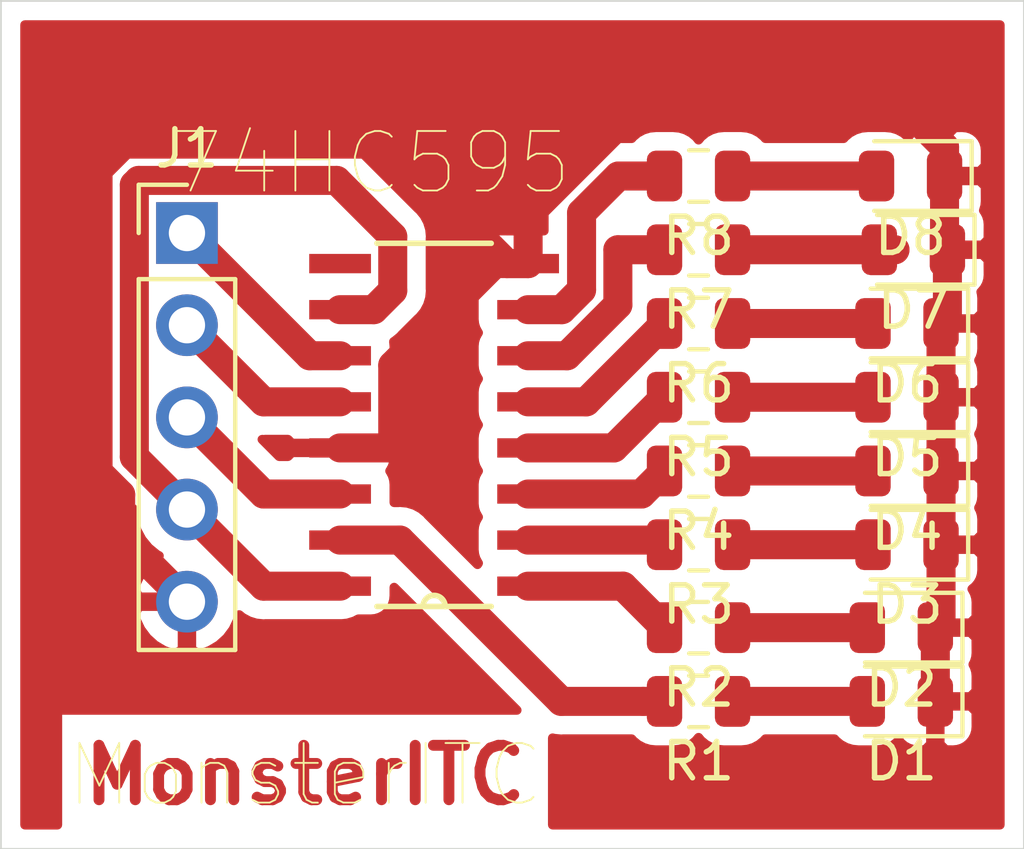
<source format=kicad_pcb>
(kicad_pcb (version 20171130) (host pcbnew "(5.1.2)-2")

  (general
    (thickness 1.6)
    (drawings 5)
    (tracks 76)
    (zones 0)
    (modules 18)
    (nets 23)
  )

  (page A4)
  (layers
    (0 F.Cu signal)
    (31 B.Cu signal)
    (32 B.Adhes user)
    (33 F.Adhes user)
    (34 B.Paste user)
    (35 F.Paste user)
    (36 B.SilkS user)
    (37 F.SilkS user)
    (38 B.Mask user)
    (39 F.Mask user)
    (40 Dwgs.User user)
    (41 Cmts.User user)
    (42 Eco1.User user)
    (43 Eco2.User user)
    (44 Edge.Cuts user)
    (45 Margin user)
    (46 B.CrtYd user)
    (47 F.CrtYd user)
    (48 B.Fab user)
    (49 F.Fab user)
  )

  (setup
    (last_trace_width 0.8)
    (user_trace_width 0.5)
    (user_trace_width 0.8)
    (trace_clearance 0.2)
    (zone_clearance 0.508)
    (zone_45_only no)
    (trace_min 0.2)
    (via_size 0.8)
    (via_drill 0.4)
    (via_min_size 0.4)
    (via_min_drill 0.3)
    (uvia_size 0.3)
    (uvia_drill 0.1)
    (uvias_allowed no)
    (uvia_min_size 0.2)
    (uvia_min_drill 0.1)
    (edge_width 0.05)
    (segment_width 0.2)
    (pcb_text_width 0.3)
    (pcb_text_size 1.5 1.5)
    (mod_edge_width 0.12)
    (mod_text_size 1 1)
    (mod_text_width 0.15)
    (pad_size 1.524 1.524)
    (pad_drill 0.762)
    (pad_to_mask_clearance 0.051)
    (solder_mask_min_width 0.25)
    (aux_axis_origin 0 0)
    (visible_elements FFFFFF7F)
    (pcbplotparams
      (layerselection 0x010fc_ffffffff)
      (usegerberextensions false)
      (usegerberattributes false)
      (usegerberadvancedattributes false)
      (creategerberjobfile false)
      (excludeedgelayer true)
      (linewidth 0.100000)
      (plotframeref false)
      (viasonmask false)
      (mode 1)
      (useauxorigin false)
      (hpglpennumber 1)
      (hpglpenspeed 20)
      (hpglpendiameter 15.000000)
      (psnegative false)
      (psa4output false)
      (plotreference true)
      (plotvalue true)
      (plotinvisibletext false)
      (padsonsilk false)
      (subtractmaskfromsilk false)
      (outputformat 1)
      (mirror false)
      (drillshape 0)
      (scaleselection 1)
      (outputdirectory ""))
  )

  (net 0 "")
  (net 1 "Net-(D1-Pad2)")
  (net 2 GND)
  (net 3 "Net-(D2-Pad2)")
  (net 4 "Net-(D3-Pad2)")
  (net 5 "Net-(D4-Pad2)")
  (net 6 "Net-(D5-Pad2)")
  (net 7 "Net-(D6-Pad2)")
  (net 8 "Net-(D7-Pad2)")
  (net 9 "Net-(D8-Pad2)")
  (net 10 "Net-(J1-Pad1)")
  (net 11 "Net-(J1-Pad2)")
  (net 12 "Net-(J1-Pad3)")
  (net 13 VCC)
  (net 14 "Net-(R1-Pad2)")
  (net 15 "Net-(R2-Pad2)")
  (net 16 "Net-(R3-Pad2)")
  (net 17 "Net-(R4-Pad2)")
  (net 18 "Net-(R5-Pad2)")
  (net 19 "Net-(R6-Pad2)")
  (net 20 "Net-(R7-Pad2)")
  (net 21 "Net-(R8-Pad2)")
  (net 22 "Net-(U1-Pad9)")

  (net_class Default "This is the default net class."
    (clearance 0.2)
    (trace_width 0.25)
    (via_dia 0.8)
    (via_drill 0.4)
    (uvia_dia 0.3)
    (uvia_drill 0.1)
    (add_net GND)
    (add_net "Net-(D1-Pad2)")
    (add_net "Net-(D2-Pad2)")
    (add_net "Net-(D3-Pad2)")
    (add_net "Net-(D4-Pad2)")
    (add_net "Net-(D5-Pad2)")
    (add_net "Net-(D6-Pad2)")
    (add_net "Net-(D7-Pad2)")
    (add_net "Net-(D8-Pad2)")
    (add_net "Net-(J1-Pad1)")
    (add_net "Net-(J1-Pad2)")
    (add_net "Net-(J1-Pad3)")
    (add_net "Net-(R1-Pad2)")
    (add_net "Net-(R2-Pad2)")
    (add_net "Net-(R3-Pad2)")
    (add_net "Net-(R4-Pad2)")
    (add_net "Net-(R5-Pad2)")
    (add_net "Net-(R6-Pad2)")
    (add_net "Net-(R7-Pad2)")
    (add_net "Net-(R8-Pad2)")
    (add_net "Net-(U1-Pad9)")
    (add_net VCC)
  )

  (module LED_SMD:LED_0805_2012Metric (layer F.Cu) (tedit 5B36C52C) (tstamp 5DB5413A)
    (at 105.8395 44.704 180)
    (descr "LED SMD 0805 (2012 Metric), square (rectangular) end terminal, IPC_7351 nominal, (Body size source: https://docs.google.com/spreadsheets/d/1BsfQQcO9C6DZCsRaXUlFlo91Tg2WpOkGARC1WS5S8t0/edit?usp=sharing), generated with kicad-footprint-generator")
    (tags diode)
    (path /5DB56F4F)
    (attr smd)
    (fp_text reference D1 (at 0 -1.65) (layer F.SilkS)
      (effects (font (size 1 1) (thickness 0.15)))
    )
    (fp_text value LED1 (at 0 1.65) (layer F.Fab)
      (effects (font (size 1 1) (thickness 0.15)))
    )
    (fp_text user %R (at 0 0) (layer F.Fab)
      (effects (font (size 0.5 0.5) (thickness 0.08)))
    )
    (fp_line (start 1.68 0.95) (end -1.68 0.95) (layer F.CrtYd) (width 0.05))
    (fp_line (start 1.68 -0.95) (end 1.68 0.95) (layer F.CrtYd) (width 0.05))
    (fp_line (start -1.68 -0.95) (end 1.68 -0.95) (layer F.CrtYd) (width 0.05))
    (fp_line (start -1.68 0.95) (end -1.68 -0.95) (layer F.CrtYd) (width 0.05))
    (fp_line (start -1.685 0.96) (end 1 0.96) (layer F.SilkS) (width 0.12))
    (fp_line (start -1.685 -0.96) (end -1.685 0.96) (layer F.SilkS) (width 0.12))
    (fp_line (start 1 -0.96) (end -1.685 -0.96) (layer F.SilkS) (width 0.12))
    (fp_line (start 1 0.6) (end 1 -0.6) (layer F.Fab) (width 0.1))
    (fp_line (start -1 0.6) (end 1 0.6) (layer F.Fab) (width 0.1))
    (fp_line (start -1 -0.3) (end -1 0.6) (layer F.Fab) (width 0.1))
    (fp_line (start -0.7 -0.6) (end -1 -0.3) (layer F.Fab) (width 0.1))
    (fp_line (start 1 -0.6) (end -0.7 -0.6) (layer F.Fab) (width 0.1))
    (pad 2 smd roundrect (at 0.9375 0 180) (size 0.975 1.4) (layers F.Cu F.Paste F.Mask) (roundrect_rratio 0.25)
      (net 1 "Net-(D1-Pad2)"))
    (pad 1 smd roundrect (at -0.9375 0 180) (size 0.975 1.4) (layers F.Cu F.Paste F.Mask) (roundrect_rratio 0.25)
      (net 2 GND))
    (model ${KISYS3DMOD}/LED_SMD.3dshapes/LED_0805_2012Metric.wrl
      (at (xyz 0 0 0))
      (scale (xyz 1 1 1))
      (rotate (xyz 0 0 0))
    )
  )

  (module LED_SMD:LED_0805_2012Metric (layer F.Cu) (tedit 5B36C52C) (tstamp 5DB5414D)
    (at 105.8395 42.672 180)
    (descr "LED SMD 0805 (2012 Metric), square (rectangular) end terminal, IPC_7351 nominal, (Body size source: https://docs.google.com/spreadsheets/d/1BsfQQcO9C6DZCsRaXUlFlo91Tg2WpOkGARC1WS5S8t0/edit?usp=sharing), generated with kicad-footprint-generator")
    (tags diode)
    (path /5DB5864A)
    (attr smd)
    (fp_text reference D2 (at 0 -1.65) (layer F.SilkS)
      (effects (font (size 1 1) (thickness 0.15)))
    )
    (fp_text value LED1 (at 0 1.65) (layer F.Fab)
      (effects (font (size 1 1) (thickness 0.15)))
    )
    (fp_line (start 1 -0.6) (end -0.7 -0.6) (layer F.Fab) (width 0.1))
    (fp_line (start -0.7 -0.6) (end -1 -0.3) (layer F.Fab) (width 0.1))
    (fp_line (start -1 -0.3) (end -1 0.6) (layer F.Fab) (width 0.1))
    (fp_line (start -1 0.6) (end 1 0.6) (layer F.Fab) (width 0.1))
    (fp_line (start 1 0.6) (end 1 -0.6) (layer F.Fab) (width 0.1))
    (fp_line (start 1 -0.96) (end -1.685 -0.96) (layer F.SilkS) (width 0.12))
    (fp_line (start -1.685 -0.96) (end -1.685 0.96) (layer F.SilkS) (width 0.12))
    (fp_line (start -1.685 0.96) (end 1 0.96) (layer F.SilkS) (width 0.12))
    (fp_line (start -1.68 0.95) (end -1.68 -0.95) (layer F.CrtYd) (width 0.05))
    (fp_line (start -1.68 -0.95) (end 1.68 -0.95) (layer F.CrtYd) (width 0.05))
    (fp_line (start 1.68 -0.95) (end 1.68 0.95) (layer F.CrtYd) (width 0.05))
    (fp_line (start 1.68 0.95) (end -1.68 0.95) (layer F.CrtYd) (width 0.05))
    (fp_text user %R (at -0.051001 0) (layer F.Fab)
      (effects (font (size 0.5 0.5) (thickness 0.08)))
    )
    (pad 1 smd roundrect (at -0.9375 0 180) (size 0.975 1.4) (layers F.Cu F.Paste F.Mask) (roundrect_rratio 0.25)
      (net 2 GND))
    (pad 2 smd roundrect (at 0.9375 0 180) (size 0.975 1.4) (layers F.Cu F.Paste F.Mask) (roundrect_rratio 0.25)
      (net 3 "Net-(D2-Pad2)"))
    (model ${KISYS3DMOD}/LED_SMD.3dshapes/LED_0805_2012Metric.wrl
      (at (xyz 0 0 0))
      (scale (xyz 1 1 1))
      (rotate (xyz 0 0 0))
    )
  )

  (module LED_SMD:LED_0805_2012Metric (layer F.Cu) (tedit 5B36C52C) (tstamp 5DB54160)
    (at 105.9965 40.386 180)
    (descr "LED SMD 0805 (2012 Metric), square (rectangular) end terminal, IPC_7351 nominal, (Body size source: https://docs.google.com/spreadsheets/d/1BsfQQcO9C6DZCsRaXUlFlo91Tg2WpOkGARC1WS5S8t0/edit?usp=sharing), generated with kicad-footprint-generator")
    (tags diode)
    (path /5DB58BC4)
    (attr smd)
    (fp_text reference D3 (at 0 -1.65) (layer F.SilkS)
      (effects (font (size 1 1) (thickness 0.15)))
    )
    (fp_text value LED1 (at 0 1.65) (layer F.Fab)
      (effects (font (size 1 1) (thickness 0.15)))
    )
    (fp_text user %R (at 0 0) (layer F.Fab)
      (effects (font (size 0.5 0.5) (thickness 0.08)))
    )
    (fp_line (start 1.68 0.95) (end -1.68 0.95) (layer F.CrtYd) (width 0.05))
    (fp_line (start 1.68 -0.95) (end 1.68 0.95) (layer F.CrtYd) (width 0.05))
    (fp_line (start -1.68 -0.95) (end 1.68 -0.95) (layer F.CrtYd) (width 0.05))
    (fp_line (start -1.68 0.95) (end -1.68 -0.95) (layer F.CrtYd) (width 0.05))
    (fp_line (start -1.685 0.96) (end 1 0.96) (layer F.SilkS) (width 0.12))
    (fp_line (start -1.685 -0.96) (end -1.685 0.96) (layer F.SilkS) (width 0.12))
    (fp_line (start 1 -0.96) (end -1.685 -0.96) (layer F.SilkS) (width 0.12))
    (fp_line (start 1 0.6) (end 1 -0.6) (layer F.Fab) (width 0.1))
    (fp_line (start -1 0.6) (end 1 0.6) (layer F.Fab) (width 0.1))
    (fp_line (start -1 -0.3) (end -1 0.6) (layer F.Fab) (width 0.1))
    (fp_line (start -0.7 -0.6) (end -1 -0.3) (layer F.Fab) (width 0.1))
    (fp_line (start 1 -0.6) (end -0.7 -0.6) (layer F.Fab) (width 0.1))
    (pad 2 smd roundrect (at 0.9375 0 180) (size 0.975 1.4) (layers F.Cu F.Paste F.Mask) (roundrect_rratio 0.25)
      (net 4 "Net-(D3-Pad2)"))
    (pad 1 smd roundrect (at -0.9375 0 180) (size 0.975 1.4) (layers F.Cu F.Paste F.Mask) (roundrect_rratio 0.25)
      (net 2 GND))
    (model ${KISYS3DMOD}/LED_SMD.3dshapes/LED_0805_2012Metric.wrl
      (at (xyz 0 0 0))
      (scale (xyz 1 1 1))
      (rotate (xyz 0 0 0))
    )
  )

  (module LED_SMD:LED_0805_2012Metric (layer F.Cu) (tedit 5B36C52C) (tstamp 5DB54173)
    (at 105.9965 38.354 180)
    (descr "LED SMD 0805 (2012 Metric), square (rectangular) end terminal, IPC_7351 nominal, (Body size source: https://docs.google.com/spreadsheets/d/1BsfQQcO9C6DZCsRaXUlFlo91Tg2WpOkGARC1WS5S8t0/edit?usp=sharing), generated with kicad-footprint-generator")
    (tags diode)
    (path /5DB590CE)
    (attr smd)
    (fp_text reference D4 (at 0 -1.65) (layer F.SilkS)
      (effects (font (size 1 1) (thickness 0.15)))
    )
    (fp_text value LED1 (at 0 1.65) (layer F.Fab)
      (effects (font (size 1 1) (thickness 0.15)))
    )
    (fp_line (start 1 -0.6) (end -0.7 -0.6) (layer F.Fab) (width 0.1))
    (fp_line (start -0.7 -0.6) (end -1 -0.3) (layer F.Fab) (width 0.1))
    (fp_line (start -1 -0.3) (end -1 0.6) (layer F.Fab) (width 0.1))
    (fp_line (start -1 0.6) (end 1 0.6) (layer F.Fab) (width 0.1))
    (fp_line (start 1 0.6) (end 1 -0.6) (layer F.Fab) (width 0.1))
    (fp_line (start 1 -0.96) (end -1.685 -0.96) (layer F.SilkS) (width 0.12))
    (fp_line (start -1.685 -0.96) (end -1.685 0.96) (layer F.SilkS) (width 0.12))
    (fp_line (start -1.685 0.96) (end 1 0.96) (layer F.SilkS) (width 0.12))
    (fp_line (start -1.68 0.95) (end -1.68 -0.95) (layer F.CrtYd) (width 0.05))
    (fp_line (start -1.68 -0.95) (end 1.68 -0.95) (layer F.CrtYd) (width 0.05))
    (fp_line (start 1.68 -0.95) (end 1.68 0.95) (layer F.CrtYd) (width 0.05))
    (fp_line (start 1.68 0.95) (end -1.68 0.95) (layer F.CrtYd) (width 0.05))
    (fp_text user %R (at 0 0) (layer F.Fab)
      (effects (font (size 0.5 0.5) (thickness 0.08)))
    )
    (pad 1 smd roundrect (at -0.9375 0 180) (size 0.975 1.4) (layers F.Cu F.Paste F.Mask) (roundrect_rratio 0.25)
      (net 2 GND))
    (pad 2 smd roundrect (at 0.9375 0 180) (size 0.975 1.4) (layers F.Cu F.Paste F.Mask) (roundrect_rratio 0.25)
      (net 5 "Net-(D4-Pad2)"))
    (model ${KISYS3DMOD}/LED_SMD.3dshapes/LED_0805_2012Metric.wrl
      (at (xyz 0 0 0))
      (scale (xyz 1 1 1))
      (rotate (xyz 0 0 0))
    )
  )

  (module LED_SMD:LED_0805_2012Metric (layer F.Cu) (tedit 5B36C52C) (tstamp 5DB54186)
    (at 105.9965 36.322 180)
    (descr "LED SMD 0805 (2012 Metric), square (rectangular) end terminal, IPC_7351 nominal, (Body size source: https://docs.google.com/spreadsheets/d/1BsfQQcO9C6DZCsRaXUlFlo91Tg2WpOkGARC1WS5S8t0/edit?usp=sharing), generated with kicad-footprint-generator")
    (tags diode)
    (path /5DB5953E)
    (attr smd)
    (fp_text reference D5 (at 0 -1.65) (layer F.SilkS)
      (effects (font (size 1 1) (thickness 0.15)))
    )
    (fp_text value LED1 (at 0 1.65) (layer F.Fab)
      (effects (font (size 1 1) (thickness 0.15)))
    )
    (fp_text user %R (at 0 0) (layer F.Fab)
      (effects (font (size 0.5 0.5) (thickness 0.08)))
    )
    (fp_line (start 1.68 0.95) (end -1.68 0.95) (layer F.CrtYd) (width 0.05))
    (fp_line (start 1.68 -0.95) (end 1.68 0.95) (layer F.CrtYd) (width 0.05))
    (fp_line (start -1.68 -0.95) (end 1.68 -0.95) (layer F.CrtYd) (width 0.05))
    (fp_line (start -1.68 0.95) (end -1.68 -0.95) (layer F.CrtYd) (width 0.05))
    (fp_line (start -1.685 0.96) (end 1 0.96) (layer F.SilkS) (width 0.12))
    (fp_line (start -1.685 -0.96) (end -1.685 0.96) (layer F.SilkS) (width 0.12))
    (fp_line (start 1 -0.96) (end -1.685 -0.96) (layer F.SilkS) (width 0.12))
    (fp_line (start 1 0.6) (end 1 -0.6) (layer F.Fab) (width 0.1))
    (fp_line (start -1 0.6) (end 1 0.6) (layer F.Fab) (width 0.1))
    (fp_line (start -1 -0.3) (end -1 0.6) (layer F.Fab) (width 0.1))
    (fp_line (start -0.7 -0.6) (end -1 -0.3) (layer F.Fab) (width 0.1))
    (fp_line (start 1 -0.6) (end -0.7 -0.6) (layer F.Fab) (width 0.1))
    (pad 2 smd roundrect (at 0.9375 0 180) (size 0.975 1.4) (layers F.Cu F.Paste F.Mask) (roundrect_rratio 0.25)
      (net 6 "Net-(D5-Pad2)"))
    (pad 1 smd roundrect (at -0.9375 0 180) (size 0.975 1.4) (layers F.Cu F.Paste F.Mask) (roundrect_rratio 0.25)
      (net 2 GND))
    (model ${KISYS3DMOD}/LED_SMD.3dshapes/LED_0805_2012Metric.wrl
      (at (xyz 0 0 0))
      (scale (xyz 1 1 1))
      (rotate (xyz 0 0 0))
    )
  )

  (module LED_SMD:LED_0805_2012Metric (layer F.Cu) (tedit 5B36C52C) (tstamp 5DB54199)
    (at 105.9965 34.29 180)
    (descr "LED SMD 0805 (2012 Metric), square (rectangular) end terminal, IPC_7351 nominal, (Body size source: https://docs.google.com/spreadsheets/d/1BsfQQcO9C6DZCsRaXUlFlo91Tg2WpOkGARC1WS5S8t0/edit?usp=sharing), generated with kicad-footprint-generator")
    (tags diode)
    (path /5DB59937)
    (attr smd)
    (fp_text reference D6 (at 0 -1.65) (layer F.SilkS)
      (effects (font (size 1 1) (thickness 0.15)))
    )
    (fp_text value LED1 (at 0 1.65) (layer F.Fab)
      (effects (font (size 1 1) (thickness 0.15)))
    )
    (fp_line (start 1 -0.6) (end -0.7 -0.6) (layer F.Fab) (width 0.1))
    (fp_line (start -0.7 -0.6) (end -1 -0.3) (layer F.Fab) (width 0.1))
    (fp_line (start -1 -0.3) (end -1 0.6) (layer F.Fab) (width 0.1))
    (fp_line (start -1 0.6) (end 1 0.6) (layer F.Fab) (width 0.1))
    (fp_line (start 1 0.6) (end 1 -0.6) (layer F.Fab) (width 0.1))
    (fp_line (start 1 -0.96) (end -1.685 -0.96) (layer F.SilkS) (width 0.12))
    (fp_line (start -1.685 -0.96) (end -1.685 0.96) (layer F.SilkS) (width 0.12))
    (fp_line (start -1.685 0.96) (end 1 0.96) (layer F.SilkS) (width 0.12))
    (fp_line (start -1.68 0.95) (end -1.68 -0.95) (layer F.CrtYd) (width 0.05))
    (fp_line (start -1.68 -0.95) (end 1.68 -0.95) (layer F.CrtYd) (width 0.05))
    (fp_line (start 1.68 -0.95) (end 1.68 0.95) (layer F.CrtYd) (width 0.05))
    (fp_line (start 1.68 0.95) (end -1.68 0.95) (layer F.CrtYd) (width 0.05))
    (fp_text user %R (at 0 0) (layer F.Fab)
      (effects (font (size 0.5 0.5) (thickness 0.08)))
    )
    (pad 1 smd roundrect (at -0.9375 0 180) (size 0.975 1.4) (layers F.Cu F.Paste F.Mask) (roundrect_rratio 0.25)
      (net 2 GND))
    (pad 2 smd roundrect (at 0.9375 0 180) (size 0.975 1.4) (layers F.Cu F.Paste F.Mask) (roundrect_rratio 0.25)
      (net 7 "Net-(D6-Pad2)"))
    (model ${KISYS3DMOD}/LED_SMD.3dshapes/LED_0805_2012Metric.wrl
      (at (xyz 0 0 0))
      (scale (xyz 1 1 1))
      (rotate (xyz 0 0 0))
    )
  )

  (module LED_SMD:LED_0805_2012Metric (layer F.Cu) (tedit 5B36C52C) (tstamp 5DB541AC)
    (at 106.172 32.258 180)
    (descr "LED SMD 0805 (2012 Metric), square (rectangular) end terminal, IPC_7351 nominal, (Body size source: https://docs.google.com/spreadsheets/d/1BsfQQcO9C6DZCsRaXUlFlo91Tg2WpOkGARC1WS5S8t0/edit?usp=sharing), generated with kicad-footprint-generator")
    (tags diode)
    (path /5DB59D0E)
    (attr smd)
    (fp_text reference D7 (at 0 -1.65) (layer F.SilkS)
      (effects (font (size 1 1) (thickness 0.15)))
    )
    (fp_text value LED1 (at 0 1.65) (layer F.Fab)
      (effects (font (size 1 1) (thickness 0.15)))
    )
    (fp_text user %R (at 0.4295 0) (layer F.Fab)
      (effects (font (size 0.5 0.5) (thickness 0.08)))
    )
    (fp_line (start 1.68 0.95) (end -1.68 0.95) (layer F.CrtYd) (width 0.05))
    (fp_line (start 1.68 -0.95) (end 1.68 0.95) (layer F.CrtYd) (width 0.05))
    (fp_line (start -1.68 -0.95) (end 1.68 -0.95) (layer F.CrtYd) (width 0.05))
    (fp_line (start -1.68 0.95) (end -1.68 -0.95) (layer F.CrtYd) (width 0.05))
    (fp_line (start -1.685 0.96) (end 1 0.96) (layer F.SilkS) (width 0.12))
    (fp_line (start -1.685 -0.96) (end -1.685 0.96) (layer F.SilkS) (width 0.12))
    (fp_line (start 1 -0.96) (end -1.685 -0.96) (layer F.SilkS) (width 0.12))
    (fp_line (start 1 0.6) (end 1 -0.6) (layer F.Fab) (width 0.1))
    (fp_line (start -1 0.6) (end 1 0.6) (layer F.Fab) (width 0.1))
    (fp_line (start -1 -0.3) (end -1 0.6) (layer F.Fab) (width 0.1))
    (fp_line (start -0.7 -0.6) (end -1 -0.3) (layer F.Fab) (width 0.1))
    (fp_line (start 1 -0.6) (end -0.7 -0.6) (layer F.Fab) (width 0.1))
    (pad 2 smd roundrect (at 0.9375 0 180) (size 0.975 1.4) (layers F.Cu F.Paste F.Mask) (roundrect_rratio 0.25)
      (net 8 "Net-(D7-Pad2)"))
    (pad 1 smd roundrect (at -0.9375 0 180) (size 0.975 1.4) (layers F.Cu F.Paste F.Mask) (roundrect_rratio 0.25)
      (net 2 GND))
    (model ${KISYS3DMOD}/LED_SMD.3dshapes/LED_0805_2012Metric.wrl
      (at (xyz 0 0 0))
      (scale (xyz 1 1 1))
      (rotate (xyz 0 0 0))
    )
  )

  (module LED_SMD:LED_0805_2012Metric (layer F.Cu) (tedit 5B36C52C) (tstamp 5DB541BF)
    (at 106.0935 30.226 180)
    (descr "LED SMD 0805 (2012 Metric), square (rectangular) end terminal, IPC_7351 nominal, (Body size source: https://docs.google.com/spreadsheets/d/1BsfQQcO9C6DZCsRaXUlFlo91Tg2WpOkGARC1WS5S8t0/edit?usp=sharing), generated with kicad-footprint-generator")
    (tags diode)
    (path /5DB5A232)
    (attr smd)
    (fp_text reference D8 (at 0 -1.65) (layer F.SilkS)
      (effects (font (size 1 1) (thickness 0.15)))
    )
    (fp_text value LED1 (at 0 1.65) (layer F.Fab)
      (effects (font (size 1 1) (thickness 0.15)))
    )
    (fp_line (start 1 -0.6) (end -0.7 -0.6) (layer F.Fab) (width 0.1))
    (fp_line (start -0.7 -0.6) (end -1 -0.3) (layer F.Fab) (width 0.1))
    (fp_line (start -1 -0.3) (end -1 0.6) (layer F.Fab) (width 0.1))
    (fp_line (start -1 0.6) (end 1 0.6) (layer F.Fab) (width 0.1))
    (fp_line (start 1 0.6) (end 1 -0.6) (layer F.Fab) (width 0.1))
    (fp_line (start 1 -0.96) (end -1.685 -0.96) (layer F.SilkS) (width 0.12))
    (fp_line (start -1.685 -0.96) (end -1.685 0.96) (layer F.SilkS) (width 0.12))
    (fp_line (start -1.685 0.96) (end 1 0.96) (layer F.SilkS) (width 0.12))
    (fp_line (start -1.68 0.95) (end -1.68 -0.95) (layer F.CrtYd) (width 0.05))
    (fp_line (start -1.68 -0.95) (end 1.68 -0.95) (layer F.CrtYd) (width 0.05))
    (fp_line (start 1.68 -0.95) (end 1.68 0.95) (layer F.CrtYd) (width 0.05))
    (fp_line (start 1.68 0.95) (end -1.68 0.95) (layer F.CrtYd) (width 0.05))
    (fp_text user %R (at 0 0) (layer F.Fab)
      (effects (font (size 0.5 0.5) (thickness 0.08)))
    )
    (pad 1 smd roundrect (at -0.9375 0 180) (size 0.975 1.4) (layers F.Cu F.Paste F.Mask) (roundrect_rratio 0.25)
      (net 2 GND))
    (pad 2 smd roundrect (at 0.9375 0 180) (size 0.975 1.4) (layers F.Cu F.Paste F.Mask) (roundrect_rratio 0.25)
      (net 9 "Net-(D8-Pad2)"))
    (model ${KISYS3DMOD}/LED_SMD.3dshapes/LED_0805_2012Metric.wrl
      (at (xyz 0 0 0))
      (scale (xyz 1 1 1))
      (rotate (xyz 0 0 0))
    )
  )

  (module Connector_PinHeader_2.54mm:PinHeader_1x05_P2.54mm_Vertical (layer F.Cu) (tedit 59FED5CC) (tstamp 5DB541D8)
    (at 86.153001 31.797001)
    (descr "Through hole straight pin header, 1x05, 2.54mm pitch, single row")
    (tags "Through hole pin header THT 1x05 2.54mm single row")
    (path /5DB4ED53)
    (fp_text reference J1 (at 0 -2.33) (layer F.SilkS)
      (effects (font (size 1 1) (thickness 0.15)))
    )
    (fp_text value connector (at 0 12.49) (layer F.Fab)
      (effects (font (size 1 1) (thickness 0.15)))
    )
    (fp_line (start -0.635 -1.27) (end 1.27 -1.27) (layer F.Fab) (width 0.1))
    (fp_line (start 1.27 -1.27) (end 1.27 11.43) (layer F.Fab) (width 0.1))
    (fp_line (start 1.27 11.43) (end -1.27 11.43) (layer F.Fab) (width 0.1))
    (fp_line (start -1.27 11.43) (end -1.27 -0.635) (layer F.Fab) (width 0.1))
    (fp_line (start -1.27 -0.635) (end -0.635 -1.27) (layer F.Fab) (width 0.1))
    (fp_line (start -1.33 11.49) (end 1.33 11.49) (layer F.SilkS) (width 0.12))
    (fp_line (start -1.33 1.27) (end -1.33 11.49) (layer F.SilkS) (width 0.12))
    (fp_line (start 1.33 1.27) (end 1.33 11.49) (layer F.SilkS) (width 0.12))
    (fp_line (start -1.33 1.27) (end 1.33 1.27) (layer F.SilkS) (width 0.12))
    (fp_line (start -1.33 0) (end -1.33 -1.33) (layer F.SilkS) (width 0.12))
    (fp_line (start -1.33 -1.33) (end 0 -1.33) (layer F.SilkS) (width 0.12))
    (fp_line (start -1.8 -1.8) (end -1.8 11.95) (layer F.CrtYd) (width 0.05))
    (fp_line (start -1.8 11.95) (end 1.8 11.95) (layer F.CrtYd) (width 0.05))
    (fp_line (start 1.8 11.95) (end 1.8 -1.8) (layer F.CrtYd) (width 0.05))
    (fp_line (start 1.8 -1.8) (end -1.8 -1.8) (layer F.CrtYd) (width 0.05))
    (fp_text user %R (at 0 5.08 90) (layer F.Fab)
      (effects (font (size 1 1) (thickness 0.15)))
    )
    (pad 1 thru_hole rect (at 0 0) (size 1.7 1.7) (drill 1) (layers *.Cu *.Mask)
      (net 10 "Net-(J1-Pad1)"))
    (pad 2 thru_hole oval (at 0 2.54) (size 1.7 1.7) (drill 1) (layers *.Cu *.Mask)
      (net 11 "Net-(J1-Pad2)"))
    (pad 3 thru_hole oval (at 0 5.08) (size 1.7 1.7) (drill 1) (layers *.Cu *.Mask)
      (net 12 "Net-(J1-Pad3)"))
    (pad 4 thru_hole oval (at 0 7.62) (size 1.7 1.7) (drill 1) (layers *.Cu *.Mask)
      (net 13 VCC))
    (pad 5 thru_hole oval (at 0 10.16) (size 1.7 1.7) (drill 1) (layers *.Cu *.Mask)
      (net 2 GND))
    (model ${KISYS3DMOD}/Connector_PinHeader_2.54mm.3dshapes/PinHeader_1x05_P2.54mm_Vertical.wrl
      (at (xyz 0 0 0))
      (scale (xyz 1 1 1))
      (rotate (xyz 0 0 0))
    )
  )

  (module Resistor_SMD:R_0805_2012Metric (layer F.Cu) (tedit 5B36C52B) (tstamp 5DB541E9)
    (at 100.2515 44.704 180)
    (descr "Resistor SMD 0805 (2012 Metric), square (rectangular) end terminal, IPC_7351 nominal, (Body size source: https://docs.google.com/spreadsheets/d/1BsfQQcO9C6DZCsRaXUlFlo91Tg2WpOkGARC1WS5S8t0/edit?usp=sharing), generated with kicad-footprint-generator")
    (tags resistor)
    (path /5DB52610)
    (attr smd)
    (fp_text reference R1 (at 0 -1.65) (layer F.SilkS)
      (effects (font (size 1 1) (thickness 0.15)))
    )
    (fp_text value 330 (at 0 1.65) (layer F.Fab)
      (effects (font (size 1 1) (thickness 0.15)))
    )
    (fp_line (start -1 0.6) (end -1 -0.6) (layer F.Fab) (width 0.1))
    (fp_line (start -1 -0.6) (end 1 -0.6) (layer F.Fab) (width 0.1))
    (fp_line (start 1 -0.6) (end 1 0.6) (layer F.Fab) (width 0.1))
    (fp_line (start 1 0.6) (end -1 0.6) (layer F.Fab) (width 0.1))
    (fp_line (start -0.258578 -0.71) (end 0.258578 -0.71) (layer F.SilkS) (width 0.12))
    (fp_line (start -0.258578 0.71) (end 0.258578 0.71) (layer F.SilkS) (width 0.12))
    (fp_line (start -1.68 0.95) (end -1.68 -0.95) (layer F.CrtYd) (width 0.05))
    (fp_line (start -1.68 -0.95) (end 1.68 -0.95) (layer F.CrtYd) (width 0.05))
    (fp_line (start 1.68 -0.95) (end 1.68 0.95) (layer F.CrtYd) (width 0.05))
    (fp_line (start 1.68 0.95) (end -1.68 0.95) (layer F.CrtYd) (width 0.05))
    (fp_text user %R (at 0 0) (layer F.Fab)
      (effects (font (size 0.5 0.5) (thickness 0.08)))
    )
    (pad 1 smd roundrect (at -0.9375 0 180) (size 0.975 1.4) (layers F.Cu F.Paste F.Mask) (roundrect_rratio 0.25)
      (net 1 "Net-(D1-Pad2)"))
    (pad 2 smd roundrect (at 0.9375 0 180) (size 0.975 1.4) (layers F.Cu F.Paste F.Mask) (roundrect_rratio 0.25)
      (net 14 "Net-(R1-Pad2)"))
    (model ${KISYS3DMOD}/Resistor_SMD.3dshapes/R_0805_2012Metric.wrl
      (at (xyz 0 0 0))
      (scale (xyz 1 1 1))
      (rotate (xyz 0 0 0))
    )
  )

  (module Resistor_SMD:R_0805_2012Metric (layer F.Cu) (tedit 5B36C52B) (tstamp 5DB541FA)
    (at 100.2515 42.672 180)
    (descr "Resistor SMD 0805 (2012 Metric), square (rectangular) end terminal, IPC_7351 nominal, (Body size source: https://docs.google.com/spreadsheets/d/1BsfQQcO9C6DZCsRaXUlFlo91Tg2WpOkGARC1WS5S8t0/edit?usp=sharing), generated with kicad-footprint-generator")
    (tags resistor)
    (path /5DB53F75)
    (attr smd)
    (fp_text reference R2 (at 0 -1.65) (layer F.SilkS)
      (effects (font (size 1 1) (thickness 0.15)))
    )
    (fp_text value 330 (at 0 1.65) (layer F.Fab)
      (effects (font (size 1 1) (thickness 0.15)))
    )
    (fp_text user %R (at 0 0) (layer F.Fab)
      (effects (font (size 0.5 0.5) (thickness 0.08)))
    )
    (fp_line (start 1.68 0.95) (end -1.68 0.95) (layer F.CrtYd) (width 0.05))
    (fp_line (start 1.68 -0.95) (end 1.68 0.95) (layer F.CrtYd) (width 0.05))
    (fp_line (start -1.68 -0.95) (end 1.68 -0.95) (layer F.CrtYd) (width 0.05))
    (fp_line (start -1.68 0.95) (end -1.68 -0.95) (layer F.CrtYd) (width 0.05))
    (fp_line (start -0.258578 0.71) (end 0.258578 0.71) (layer F.SilkS) (width 0.12))
    (fp_line (start -0.258578 -0.71) (end 0.258578 -0.71) (layer F.SilkS) (width 0.12))
    (fp_line (start 1 0.6) (end -1 0.6) (layer F.Fab) (width 0.1))
    (fp_line (start 1 -0.6) (end 1 0.6) (layer F.Fab) (width 0.1))
    (fp_line (start -1 -0.6) (end 1 -0.6) (layer F.Fab) (width 0.1))
    (fp_line (start -1 0.6) (end -1 -0.6) (layer F.Fab) (width 0.1))
    (pad 2 smd roundrect (at 0.9375 0 180) (size 0.975 1.4) (layers F.Cu F.Paste F.Mask) (roundrect_rratio 0.25)
      (net 15 "Net-(R2-Pad2)"))
    (pad 1 smd roundrect (at -0.9375 0 180) (size 0.975 1.4) (layers F.Cu F.Paste F.Mask) (roundrect_rratio 0.25)
      (net 3 "Net-(D2-Pad2)"))
    (model ${KISYS3DMOD}/Resistor_SMD.3dshapes/R_0805_2012Metric.wrl
      (at (xyz 0 0 0))
      (scale (xyz 1 1 1))
      (rotate (xyz 0 0 0))
    )
  )

  (module Resistor_SMD:R_0805_2012Metric (layer F.Cu) (tedit 5B36C52B) (tstamp 5DB5420B)
    (at 100.2515 40.386 180)
    (descr "Resistor SMD 0805 (2012 Metric), square (rectangular) end terminal, IPC_7351 nominal, (Body size source: https://docs.google.com/spreadsheets/d/1BsfQQcO9C6DZCsRaXUlFlo91Tg2WpOkGARC1WS5S8t0/edit?usp=sharing), generated with kicad-footprint-generator")
    (tags resistor)
    (path /5DB54362)
    (attr smd)
    (fp_text reference R3 (at 0 -1.65) (layer F.SilkS)
      (effects (font (size 1 1) (thickness 0.15)))
    )
    (fp_text value 330 (at 0 1.65) (layer F.Fab)
      (effects (font (size 1 1) (thickness 0.15)))
    )
    (fp_line (start -1 0.6) (end -1 -0.6) (layer F.Fab) (width 0.1))
    (fp_line (start -1 -0.6) (end 1 -0.6) (layer F.Fab) (width 0.1))
    (fp_line (start 1 -0.6) (end 1 0.6) (layer F.Fab) (width 0.1))
    (fp_line (start 1 0.6) (end -1 0.6) (layer F.Fab) (width 0.1))
    (fp_line (start -0.258578 -0.71) (end 0.258578 -0.71) (layer F.SilkS) (width 0.12))
    (fp_line (start -0.258578 0.71) (end 0.258578 0.71) (layer F.SilkS) (width 0.12))
    (fp_line (start -1.68 0.95) (end -1.68 -0.95) (layer F.CrtYd) (width 0.05))
    (fp_line (start -1.68 -0.95) (end 1.68 -0.95) (layer F.CrtYd) (width 0.05))
    (fp_line (start 1.68 -0.95) (end 1.68 0.95) (layer F.CrtYd) (width 0.05))
    (fp_line (start 1.68 0.95) (end -1.68 0.95) (layer F.CrtYd) (width 0.05))
    (fp_text user %R (at 0 0) (layer F.Fab)
      (effects (font (size 0.5 0.5) (thickness 0.08)))
    )
    (pad 1 smd roundrect (at -0.9375 0 180) (size 0.975 1.4) (layers F.Cu F.Paste F.Mask) (roundrect_rratio 0.25)
      (net 4 "Net-(D3-Pad2)"))
    (pad 2 smd roundrect (at 0.9375 0 180) (size 0.975 1.4) (layers F.Cu F.Paste F.Mask) (roundrect_rratio 0.25)
      (net 16 "Net-(R3-Pad2)"))
    (model ${KISYS3DMOD}/Resistor_SMD.3dshapes/R_0805_2012Metric.wrl
      (at (xyz 0 0 0))
      (scale (xyz 1 1 1))
      (rotate (xyz 0 0 0))
    )
  )

  (module Resistor_SMD:R_0805_2012Metric (layer F.Cu) (tedit 5B36C52B) (tstamp 5DB5421C)
    (at 100.2515 38.354 180)
    (descr "Resistor SMD 0805 (2012 Metric), square (rectangular) end terminal, IPC_7351 nominal, (Body size source: https://docs.google.com/spreadsheets/d/1BsfQQcO9C6DZCsRaXUlFlo91Tg2WpOkGARC1WS5S8t0/edit?usp=sharing), generated with kicad-footprint-generator")
    (tags resistor)
    (path /5DB54735)
    (attr smd)
    (fp_text reference R4 (at 0 -1.65) (layer F.SilkS)
      (effects (font (size 1 1) (thickness 0.15)))
    )
    (fp_text value 330 (at 0 1.65) (layer F.Fab)
      (effects (font (size 1 1) (thickness 0.15)))
    )
    (fp_text user %R (at 0 0) (layer F.Fab)
      (effects (font (size 0.5 0.5) (thickness 0.08)))
    )
    (fp_line (start 1.68 0.95) (end -1.68 0.95) (layer F.CrtYd) (width 0.05))
    (fp_line (start 1.68 -0.95) (end 1.68 0.95) (layer F.CrtYd) (width 0.05))
    (fp_line (start -1.68 -0.95) (end 1.68 -0.95) (layer F.CrtYd) (width 0.05))
    (fp_line (start -1.68 0.95) (end -1.68 -0.95) (layer F.CrtYd) (width 0.05))
    (fp_line (start -0.258578 0.71) (end 0.258578 0.71) (layer F.SilkS) (width 0.12))
    (fp_line (start -0.258578 -0.71) (end 0.258578 -0.71) (layer F.SilkS) (width 0.12))
    (fp_line (start 1 0.6) (end -1 0.6) (layer F.Fab) (width 0.1))
    (fp_line (start 1 -0.6) (end 1 0.6) (layer F.Fab) (width 0.1))
    (fp_line (start -1 -0.6) (end 1 -0.6) (layer F.Fab) (width 0.1))
    (fp_line (start -1 0.6) (end -1 -0.6) (layer F.Fab) (width 0.1))
    (pad 2 smd roundrect (at 0.9375 0 180) (size 0.975 1.4) (layers F.Cu F.Paste F.Mask) (roundrect_rratio 0.25)
      (net 17 "Net-(R4-Pad2)"))
    (pad 1 smd roundrect (at -0.9375 0 180) (size 0.975 1.4) (layers F.Cu F.Paste F.Mask) (roundrect_rratio 0.25)
      (net 5 "Net-(D4-Pad2)"))
    (model ${KISYS3DMOD}/Resistor_SMD.3dshapes/R_0805_2012Metric.wrl
      (at (xyz 0 0 0))
      (scale (xyz 1 1 1))
      (rotate (xyz 0 0 0))
    )
  )

  (module Resistor_SMD:R_0805_2012Metric (layer F.Cu) (tedit 5B36C52B) (tstamp 5DB5422D)
    (at 100.2515 36.322 180)
    (descr "Resistor SMD 0805 (2012 Metric), square (rectangular) end terminal, IPC_7351 nominal, (Body size source: https://docs.google.com/spreadsheets/d/1BsfQQcO9C6DZCsRaXUlFlo91Tg2WpOkGARC1WS5S8t0/edit?usp=sharing), generated with kicad-footprint-generator")
    (tags resistor)
    (path /5DB54A22)
    (attr smd)
    (fp_text reference R5 (at 0 -1.65) (layer F.SilkS)
      (effects (font (size 1 1) (thickness 0.15)))
    )
    (fp_text value 330 (at 0 1.65) (layer F.Fab)
      (effects (font (size 1 1) (thickness 0.15)))
    )
    (fp_line (start -1 0.6) (end -1 -0.6) (layer F.Fab) (width 0.1))
    (fp_line (start -1 -0.6) (end 1 -0.6) (layer F.Fab) (width 0.1))
    (fp_line (start 1 -0.6) (end 1 0.6) (layer F.Fab) (width 0.1))
    (fp_line (start 1 0.6) (end -1 0.6) (layer F.Fab) (width 0.1))
    (fp_line (start -0.258578 -0.71) (end 0.258578 -0.71) (layer F.SilkS) (width 0.12))
    (fp_line (start -0.258578 0.71) (end 0.258578 0.71) (layer F.SilkS) (width 0.12))
    (fp_line (start -1.68 0.95) (end -1.68 -0.95) (layer F.CrtYd) (width 0.05))
    (fp_line (start -1.68 -0.95) (end 1.68 -0.95) (layer F.CrtYd) (width 0.05))
    (fp_line (start 1.68 -0.95) (end 1.68 0.95) (layer F.CrtYd) (width 0.05))
    (fp_line (start 1.68 0.95) (end -1.68 0.95) (layer F.CrtYd) (width 0.05))
    (fp_text user %R (at 0 0) (layer F.Fab)
      (effects (font (size 0.5 0.5) (thickness 0.08)))
    )
    (pad 1 smd roundrect (at -0.9375 0 180) (size 0.975 1.4) (layers F.Cu F.Paste F.Mask) (roundrect_rratio 0.25)
      (net 6 "Net-(D5-Pad2)"))
    (pad 2 smd roundrect (at 0.9375 0 180) (size 0.975 1.4) (layers F.Cu F.Paste F.Mask) (roundrect_rratio 0.25)
      (net 18 "Net-(R5-Pad2)"))
    (model ${KISYS3DMOD}/Resistor_SMD.3dshapes/R_0805_2012Metric.wrl
      (at (xyz 0 0 0))
      (scale (xyz 1 1 1))
      (rotate (xyz 0 0 0))
    )
  )

  (module Resistor_SMD:R_0805_2012Metric (layer F.Cu) (tedit 5B36C52B) (tstamp 5DB5423E)
    (at 100.2515 34.29 180)
    (descr "Resistor SMD 0805 (2012 Metric), square (rectangular) end terminal, IPC_7351 nominal, (Body size source: https://docs.google.com/spreadsheets/d/1BsfQQcO9C6DZCsRaXUlFlo91Tg2WpOkGARC1WS5S8t0/edit?usp=sharing), generated with kicad-footprint-generator")
    (tags resistor)
    (path /5DB54BBD)
    (attr smd)
    (fp_text reference R6 (at 0 -1.65) (layer F.SilkS)
      (effects (font (size 1 1) (thickness 0.15)))
    )
    (fp_text value 330 (at 0 1.65) (layer F.Fab)
      (effects (font (size 1 1) (thickness 0.15)))
    )
    (fp_text user %R (at -0.235001 0.310999) (layer F.Fab)
      (effects (font (size 0.5 0.5) (thickness 0.08)))
    )
    (fp_line (start 1.68 0.95) (end -1.68 0.95) (layer F.CrtYd) (width 0.05))
    (fp_line (start 1.68 -0.95) (end 1.68 0.95) (layer F.CrtYd) (width 0.05))
    (fp_line (start -1.68 -0.95) (end 1.68 -0.95) (layer F.CrtYd) (width 0.05))
    (fp_line (start -1.68 0.95) (end -1.68 -0.95) (layer F.CrtYd) (width 0.05))
    (fp_line (start -0.258578 0.71) (end 0.258578 0.71) (layer F.SilkS) (width 0.12))
    (fp_line (start -0.258578 -0.71) (end 0.258578 -0.71) (layer F.SilkS) (width 0.12))
    (fp_line (start 1 0.6) (end -1 0.6) (layer F.Fab) (width 0.1))
    (fp_line (start 1 -0.6) (end 1 0.6) (layer F.Fab) (width 0.1))
    (fp_line (start -1 -0.6) (end 1 -0.6) (layer F.Fab) (width 0.1))
    (fp_line (start -1 0.6) (end -1 -0.6) (layer F.Fab) (width 0.1))
    (pad 2 smd roundrect (at 0.9375 0 180) (size 0.975 1.4) (layers F.Cu F.Paste F.Mask) (roundrect_rratio 0.25)
      (net 19 "Net-(R6-Pad2)"))
    (pad 1 smd roundrect (at -0.9375 0 180) (size 0.975 1.4) (layers F.Cu F.Paste F.Mask) (roundrect_rratio 0.25)
      (net 7 "Net-(D6-Pad2)"))
    (model ${KISYS3DMOD}/Resistor_SMD.3dshapes/R_0805_2012Metric.wrl
      (at (xyz 0 0 0))
      (scale (xyz 1 1 1))
      (rotate (xyz 0 0 0))
    )
  )

  (module Resistor_SMD:R_0805_2012Metric (layer F.Cu) (tedit 5B36C52B) (tstamp 5DB5424F)
    (at 100.2515 32.258 180)
    (descr "Resistor SMD 0805 (2012 Metric), square (rectangular) end terminal, IPC_7351 nominal, (Body size source: https://docs.google.com/spreadsheets/d/1BsfQQcO9C6DZCsRaXUlFlo91Tg2WpOkGARC1WS5S8t0/edit?usp=sharing), generated with kicad-footprint-generator")
    (tags resistor)
    (path /5DB54ECD)
    (attr smd)
    (fp_text reference R7 (at 0 -1.65) (layer F.SilkS)
      (effects (font (size 1 1) (thickness 0.15)))
    )
    (fp_text value 330 (at 0 1.65) (layer F.Fab)
      (effects (font (size 1 1) (thickness 0.15)))
    )
    (fp_line (start -1 0.6) (end -1 -0.6) (layer F.Fab) (width 0.1))
    (fp_line (start -1 -0.6) (end 1 -0.6) (layer F.Fab) (width 0.1))
    (fp_line (start 1 -0.6) (end 1 0.6) (layer F.Fab) (width 0.1))
    (fp_line (start 1 0.6) (end -1 0.6) (layer F.Fab) (width 0.1))
    (fp_line (start -0.258578 -0.71) (end 0.258578 -0.71) (layer F.SilkS) (width 0.12))
    (fp_line (start -0.258578 0.71) (end 0.258578 0.71) (layer F.SilkS) (width 0.12))
    (fp_line (start -1.68 0.95) (end -1.68 -0.95) (layer F.CrtYd) (width 0.05))
    (fp_line (start -1.68 -0.95) (end 1.68 -0.95) (layer F.CrtYd) (width 0.05))
    (fp_line (start 1.68 -0.95) (end 1.68 0.95) (layer F.CrtYd) (width 0.05))
    (fp_line (start 1.68 0.95) (end -1.68 0.95) (layer F.CrtYd) (width 0.05))
    (fp_text user %R (at 0 0) (layer F.Fab)
      (effects (font (size 0.5 0.5) (thickness 0.08)))
    )
    (pad 1 smd roundrect (at -0.9375 0 180) (size 0.975 1.4) (layers F.Cu F.Paste F.Mask) (roundrect_rratio 0.25)
      (net 8 "Net-(D7-Pad2)"))
    (pad 2 smd roundrect (at 0.9375 0 180) (size 0.975 1.4) (layers F.Cu F.Paste F.Mask) (roundrect_rratio 0.25)
      (net 20 "Net-(R7-Pad2)"))
    (model ${KISYS3DMOD}/Resistor_SMD.3dshapes/R_0805_2012Metric.wrl
      (at (xyz 0 0 0))
      (scale (xyz 1 1 1))
      (rotate (xyz 0 0 0))
    )
  )

  (module Resistor_SMD:R_0805_2012Metric (layer F.Cu) (tedit 5B36C52B) (tstamp 5DB54260)
    (at 100.2515 30.226 180)
    (descr "Resistor SMD 0805 (2012 Metric), square (rectangular) end terminal, IPC_7351 nominal, (Body size source: https://docs.google.com/spreadsheets/d/1BsfQQcO9C6DZCsRaXUlFlo91Tg2WpOkGARC1WS5S8t0/edit?usp=sharing), generated with kicad-footprint-generator")
    (tags resistor)
    (path /5DB5519E)
    (attr smd)
    (fp_text reference R8 (at 0 -1.65) (layer F.SilkS)
      (effects (font (size 1 1) (thickness 0.15)))
    )
    (fp_text value 330 (at 0 1.65) (layer F.Fab)
      (effects (font (size 1 1) (thickness 0.15)))
    )
    (fp_text user %R (at 0 0) (layer F.Fab)
      (effects (font (size 0.5 0.5) (thickness 0.08)))
    )
    (fp_line (start 1.68 0.95) (end -1.68 0.95) (layer F.CrtYd) (width 0.05))
    (fp_line (start 1.68 -0.95) (end 1.68 0.95) (layer F.CrtYd) (width 0.05))
    (fp_line (start -1.68 -0.95) (end 1.68 -0.95) (layer F.CrtYd) (width 0.05))
    (fp_line (start -1.68 0.95) (end -1.68 -0.95) (layer F.CrtYd) (width 0.05))
    (fp_line (start -0.258578 0.71) (end 0.258578 0.71) (layer F.SilkS) (width 0.12))
    (fp_line (start -0.258578 -0.71) (end 0.258578 -0.71) (layer F.SilkS) (width 0.12))
    (fp_line (start 1 0.6) (end -1 0.6) (layer F.Fab) (width 0.1))
    (fp_line (start 1 -0.6) (end 1 0.6) (layer F.Fab) (width 0.1))
    (fp_line (start -1 -0.6) (end 1 -0.6) (layer F.Fab) (width 0.1))
    (fp_line (start -1 0.6) (end -1 -0.6) (layer F.Fab) (width 0.1))
    (pad 2 smd roundrect (at 0.9375 0 180) (size 0.975 1.4) (layers F.Cu F.Paste F.Mask) (roundrect_rratio 0.25)
      (net 21 "Net-(R8-Pad2)"))
    (pad 1 smd roundrect (at -0.9375 0 180) (size 0.975 1.4) (layers F.Cu F.Paste F.Mask) (roundrect_rratio 0.25)
      (net 9 "Net-(D8-Pad2)"))
    (model ${KISYS3DMOD}/Resistor_SMD.3dshapes/R_0805_2012Metric.wrl
      (at (xyz 0 0 0))
      (scale (xyz 1 1 1))
      (rotate (xyz 0 0 0))
    )
  )

  (module 74HC595D:SOIC127P600X175-16N (layer F.Cu) (tedit 0) (tstamp 5DB542C0)
    (at 92.964 37.084 180)
    (path /5DB4DA97)
    (attr smd)
    (fp_text reference MonsterITC (at 3.556 -9.652) (layer F.SilkS)
      (effects (font (size 1.64187 1.64187) (thickness 0.05)))
    )
    (fp_text value 74HC595 (at 1.753 7.21522) (layer F.SilkS)
      (effects (font (size 1.64037 1.64037) (thickness 0.05)))
    )
    (fp_line (start -2.0066 -4.191) (end -2.0066 -4.699) (layer Eco2.User) (width 0))
    (fp_line (start -2.0066 -4.699) (end -3.0988 -4.699) (layer Eco2.User) (width 0))
    (fp_line (start -3.0988 -4.699) (end -3.0988 -4.191) (layer Eco2.User) (width 0))
    (fp_line (start -3.0988 -4.191) (end -2.0066 -4.191) (layer Eco2.User) (width 0))
    (fp_line (start -2.0066 -2.921) (end -2.0066 -3.429) (layer Eco2.User) (width 0))
    (fp_line (start -2.0066 -3.429) (end -3.0988 -3.429) (layer Eco2.User) (width 0))
    (fp_line (start -3.0988 -3.429) (end -3.0988 -2.921) (layer Eco2.User) (width 0))
    (fp_line (start -3.0988 -2.921) (end -2.0066 -2.921) (layer Eco2.User) (width 0))
    (fp_line (start -2.0066 -1.651) (end -2.0066 -2.159) (layer Eco2.User) (width 0))
    (fp_line (start -2.0066 -2.159) (end -3.0988 -2.159) (layer Eco2.User) (width 0))
    (fp_line (start -3.0988 -2.159) (end -3.0988 -1.651) (layer Eco2.User) (width 0))
    (fp_line (start -3.0988 -1.651) (end -2.0066 -1.651) (layer Eco2.User) (width 0))
    (fp_line (start -2.0066 -0.381) (end -2.0066 -0.889) (layer Eco2.User) (width 0))
    (fp_line (start -2.0066 -0.889) (end -3.0988 -0.889) (layer Eco2.User) (width 0))
    (fp_line (start -3.0988 -0.889) (end -3.0988 -0.381) (layer Eco2.User) (width 0))
    (fp_line (start -3.0988 -0.381) (end -2.0066 -0.381) (layer Eco2.User) (width 0))
    (fp_line (start -2.0066 0.889) (end -2.0066 0.381) (layer Eco2.User) (width 0))
    (fp_line (start -2.0066 0.381) (end -3.0988 0.381) (layer Eco2.User) (width 0))
    (fp_line (start -3.0988 0.381) (end -3.0988 0.889) (layer Eco2.User) (width 0))
    (fp_line (start -3.0988 0.889) (end -2.0066 0.889) (layer Eco2.User) (width 0))
    (fp_line (start -2.0066 2.159) (end -2.0066 1.651) (layer Eco2.User) (width 0))
    (fp_line (start -2.0066 1.651) (end -3.0988 1.651) (layer Eco2.User) (width 0))
    (fp_line (start -3.0988 1.651) (end -3.0988 2.159) (layer Eco2.User) (width 0))
    (fp_line (start -3.0988 2.159) (end -2.0066 2.159) (layer Eco2.User) (width 0))
    (fp_line (start -2.0066 3.429) (end -2.0066 2.921) (layer Eco2.User) (width 0))
    (fp_line (start -2.0066 2.921) (end -3.0988 2.921) (layer Eco2.User) (width 0))
    (fp_line (start -3.0988 2.921) (end -3.0988 3.429) (layer Eco2.User) (width 0))
    (fp_line (start -3.0988 3.429) (end -2.0066 3.429) (layer Eco2.User) (width 0))
    (fp_line (start -2.0066 4.699) (end -2.0066 4.191) (layer Eco2.User) (width 0))
    (fp_line (start -2.0066 4.191) (end -3.0988 4.191) (layer Eco2.User) (width 0))
    (fp_line (start -3.0988 4.191) (end -3.0988 4.699) (layer Eco2.User) (width 0))
    (fp_line (start -3.0988 4.699) (end -2.0066 4.699) (layer Eco2.User) (width 0))
    (fp_line (start 2.0066 4.191) (end 2.0066 4.699) (layer Eco2.User) (width 0))
    (fp_line (start 2.0066 4.699) (end 3.0988 4.699) (layer Eco2.User) (width 0))
    (fp_line (start 3.0988 4.699) (end 3.0988 4.191) (layer Eco2.User) (width 0))
    (fp_line (start 3.0988 4.191) (end 2.0066 4.191) (layer Eco2.User) (width 0))
    (fp_line (start 2.0066 2.921) (end 2.0066 3.429) (layer Eco2.User) (width 0))
    (fp_line (start 2.0066 3.429) (end 3.0988 3.429) (layer Eco2.User) (width 0))
    (fp_line (start 3.0988 3.429) (end 3.0988 2.921) (layer Eco2.User) (width 0))
    (fp_line (start 3.0988 2.921) (end 2.0066 2.921) (layer Eco2.User) (width 0))
    (fp_line (start 2.0066 1.651) (end 2.0066 2.159) (layer Eco2.User) (width 0))
    (fp_line (start 2.0066 2.159) (end 3.0988 2.159) (layer Eco2.User) (width 0))
    (fp_line (start 3.0988 2.159) (end 3.0988 1.651) (layer Eco2.User) (width 0))
    (fp_line (start 3.0988 1.651) (end 2.0066 1.651) (layer Eco2.User) (width 0))
    (fp_line (start 2.0066 0.381) (end 2.0066 0.889) (layer Eco2.User) (width 0))
    (fp_line (start 2.0066 0.889) (end 3.0988 0.889) (layer Eco2.User) (width 0))
    (fp_line (start 3.0988 0.889) (end 3.0988 0.381) (layer Eco2.User) (width 0))
    (fp_line (start 3.0988 0.381) (end 2.0066 0.381) (layer Eco2.User) (width 0))
    (fp_line (start 2.0066 -0.889) (end 2.0066 -0.381) (layer Eco2.User) (width 0))
    (fp_line (start 2.0066 -0.381) (end 3.0988 -0.381) (layer Eco2.User) (width 0))
    (fp_line (start 3.0988 -0.381) (end 3.0988 -0.889) (layer Eco2.User) (width 0))
    (fp_line (start 3.0988 -0.889) (end 2.0066 -0.889) (layer Eco2.User) (width 0))
    (fp_line (start 2.0066 -2.159) (end 2.0066 -1.651) (layer Eco2.User) (width 0))
    (fp_line (start 2.0066 -1.651) (end 3.0988 -1.651) (layer Eco2.User) (width 0))
    (fp_line (start 3.0988 -1.651) (end 3.0988 -2.159) (layer Eco2.User) (width 0))
    (fp_line (start 3.0988 -2.159) (end 2.0066 -2.159) (layer Eco2.User) (width 0))
    (fp_line (start 2.0066 -3.429) (end 2.0066 -2.921) (layer Eco2.User) (width 0))
    (fp_line (start 2.0066 -2.921) (end 3.0988 -2.921) (layer Eco2.User) (width 0))
    (fp_line (start 3.0988 -2.921) (end 3.0988 -3.429) (layer Eco2.User) (width 0))
    (fp_line (start 3.0988 -3.429) (end 2.0066 -3.429) (layer Eco2.User) (width 0))
    (fp_line (start 2.0066 -4.699) (end 2.0066 -4.191) (layer Eco2.User) (width 0))
    (fp_line (start 2.0066 -4.191) (end 3.0988 -4.191) (layer Eco2.User) (width 0))
    (fp_line (start 3.0988 -4.191) (end 3.0988 -4.699) (layer Eco2.User) (width 0))
    (fp_line (start 3.0988 -4.699) (end 2.0066 -4.699) (layer Eco2.User) (width 0))
    (fp_line (start -2.0066 5.0038) (end 2.0066 5.0038) (layer Eco2.User) (width 0))
    (fp_line (start 2.0066 5.0038) (end 2.0066 -5.0038) (layer Eco2.User) (width 0))
    (fp_line (start 2.0066 -5.0038) (end 0.3048 -5.0038) (layer Eco2.User) (width 0))
    (fp_line (start 0.3048 -5.0038) (end -0.3048 -5.0038) (layer Eco2.User) (width 0))
    (fp_line (start -0.3048 -5.0038) (end -2.0066 -5.0038) (layer Eco2.User) (width 0))
    (fp_line (start -2.0066 -5.0038) (end -2.0066 5.0038) (layer Eco2.User) (width 0))
    (fp_arc (start 0 -5.0038) (end -0.3048 -5.0038) (angle -180) (layer Eco2.User) (width 0))
    (fp_line (start -1.5748 5.0038) (end 1.5748 5.0038) (layer F.SilkS) (width 0.1524))
    (fp_line (start 1.5748 -5.0038) (end 0.3048 -5.0038) (layer F.SilkS) (width 0.1524))
    (fp_line (start 0.3048 -5.0038) (end -0.3048 -5.0038) (layer F.SilkS) (width 0.1524))
    (fp_line (start -0.3048 -5.0038) (end -1.5748 -5.0038) (layer F.SilkS) (width 0.1524))
    (fp_arc (start 0 -5.0038) (end -0.3048 -5.0038) (angle -180) (layer F.SilkS) (width 0.1524))
    (pad 1 smd rect (at -2.5908 -4.445 180) (size 1.7018 0.5334) (layers F.Cu F.Paste F.Mask)
      (net 15 "Net-(R2-Pad2)"))
    (pad 2 smd rect (at -2.5908 -3.175 180) (size 1.7018 0.5334) (layers F.Cu F.Paste F.Mask)
      (net 16 "Net-(R3-Pad2)"))
    (pad 3 smd rect (at -2.5908 -1.905 180) (size 1.7018 0.5334) (layers F.Cu F.Paste F.Mask)
      (net 17 "Net-(R4-Pad2)"))
    (pad 4 smd rect (at -2.5908 -0.635 180) (size 1.7018 0.5334) (layers F.Cu F.Paste F.Mask)
      (net 18 "Net-(R5-Pad2)"))
    (pad 5 smd rect (at -2.5908 0.635 180) (size 1.7018 0.5334) (layers F.Cu F.Paste F.Mask)
      (net 19 "Net-(R6-Pad2)"))
    (pad 6 smd rect (at -2.5908 1.905 180) (size 1.7018 0.5334) (layers F.Cu F.Paste F.Mask)
      (net 20 "Net-(R7-Pad2)"))
    (pad 7 smd rect (at -2.5908 3.175 180) (size 1.7018 0.5334) (layers F.Cu F.Paste F.Mask)
      (net 21 "Net-(R8-Pad2)"))
    (pad 8 smd rect (at -2.5908 4.445 180) (size 1.7018 0.5334) (layers F.Cu F.Paste F.Mask)
      (net 2 GND))
    (pad 9 smd rect (at 2.5908 4.445 180) (size 1.7018 0.5334) (layers F.Cu F.Paste F.Mask)
      (net 22 "Net-(U1-Pad9)"))
    (pad 10 smd rect (at 2.5908 3.175 180) (size 1.7018 0.5334) (layers F.Cu F.Paste F.Mask)
      (net 13 VCC))
    (pad 11 smd rect (at 2.5908 1.905 180) (size 1.7018 0.5334) (layers F.Cu F.Paste F.Mask)
      (net 10 "Net-(J1-Pad1)"))
    (pad 12 smd rect (at 2.5908 0.635 180) (size 1.7018 0.5334) (layers F.Cu F.Paste F.Mask)
      (net 11 "Net-(J1-Pad2)"))
    (pad 13 smd rect (at 2.5908 -0.635 180) (size 1.7018 0.5334) (layers F.Cu F.Paste F.Mask)
      (net 2 GND))
    (pad 14 smd rect (at 2.5908 -1.905 180) (size 1.7018 0.5334) (layers F.Cu F.Paste F.Mask)
      (net 12 "Net-(J1-Pad3)"))
    (pad 15 smd rect (at 2.5908 -3.175 180) (size 1.7018 0.5334) (layers F.Cu F.Paste F.Mask)
      (net 14 "Net-(R1-Pad2)"))
    (pad 16 smd rect (at 2.5908 -4.445 180) (size 1.7018 0.5334) (layers F.Cu F.Paste F.Mask)
      (net 13 VCC))
  )

  (gr_text "MonsterITC\n" (at 89.408 46.736) (layer F.Cu)
    (effects (font (size 1.5 1.5) (thickness 0.3)))
  )
  (gr_line (start 109.22 25.4) (end 81.026 25.4) (layer Edge.Cuts) (width 0.05) (tstamp 5DB559DA))
  (gr_line (start 109.22 48.768) (end 109.22 25.4) (layer Edge.Cuts) (width 0.05))
  (gr_line (start 81.026 48.768) (end 109.22 48.768) (layer Edge.Cuts) (width 0.05))
  (gr_line (start 81.026 25.4) (end 81.026 48.768) (layer Edge.Cuts) (width 0.05))

  (segment (start 101.189 44.704) (end 104.902 44.704) (width 0.8) (layer F.Cu) (net 1))
  (segment (start 94.9706 32.639) (end 95.5548 32.639) (width 0.8) (layer F.Cu) (net 2))
  (segment (start 91.67859 29.34699) (end 94.9706 32.639) (width 0.8) (layer F.Cu) (net 2))
  (segment (start 84.408783 29.34699) (end 91.67859 29.34699) (width 0.8) (layer F.Cu) (net 2))
  (segment (start 83.70299 30.052783) (end 84.408783 29.34699) (width 0.8) (layer F.Cu) (net 2))
  (segment (start 83.70299 38.381217) (end 83.70299 30.052783) (width 0.8) (layer F.Cu) (net 2))
  (segment (start 84.328 39.006226) (end 83.70299 38.381217) (width 0.8) (layer F.Cu) (net 2))
  (segment (start 84.328 40.132) (end 84.328 39.006226) (width 0.8) (layer F.Cu) (net 2))
  (segment (start 86.153001 41.957001) (end 84.328 40.132) (width 0.8) (layer F.Cu) (net 2))
  (segment (start 91.821 37.719) (end 90.3732 37.719) (width 0.8) (layer F.Cu) (net 2))
  (segment (start 91.824101 37.715899) (end 91.821 37.719) (width 0.8) (layer F.Cu) (net 2))
  (segment (start 91.824101 35.442097) (end 91.824101 37.715899) (width 0.8) (layer F.Cu) (net 2))
  (segment (start 94.627198 32.639) (end 91.824101 35.442097) (width 0.8) (layer F.Cu) (net 2))
  (segment (start 95.5548 32.639) (end 94.627198 32.639) (width 0.8) (layer F.Cu) (net 2))
  (segment (start 107.031 32.1795) (end 107.1095 32.258) (width 0.8) (layer F.Cu) (net 2))
  (segment (start 107.031 30.226) (end 107.031 32.1795) (width 0.8) (layer F.Cu) (net 2))
  (segment (start 107.1095 34.1145) (end 106.934 34.29) (width 0.8) (layer F.Cu) (net 2))
  (segment (start 107.1095 32.258) (end 107.1095 34.1145) (width 0.8) (layer F.Cu) (net 2))
  (segment (start 106.934 34.29) (end 106.934 36.322) (width 0.8) (layer F.Cu) (net 2))
  (segment (start 106.934 36.322) (end 106.934 38.354) (width 0.8) (layer F.Cu) (net 2))
  (segment (start 106.934 40.386) (end 106.934 38.354) (width 0.8) (layer F.Cu) (net 2))
  (segment (start 106.934 42.515) (end 106.777 42.672) (width 0.8) (layer F.Cu) (net 2))
  (segment (start 106.934 40.386) (end 106.934 42.515) (width 0.8) (layer F.Cu) (net 2))
  (segment (start 106.777 42.672) (end 106.777 44.704) (width 0.8) (layer F.Cu) (net 2))
  (segment (start 95.5548 31.300974) (end 98.915774 27.94) (width 0.8) (layer F.Cu) (net 2))
  (segment (start 95.5548 32.639) (end 95.5548 31.300974) (width 0.8) (layer F.Cu) (net 2))
  (segment (start 107.031 29.426) (end 107.031 30.226) (width 0.8) (layer F.Cu) (net 2))
  (segment (start 105.545 27.94) (end 107.031 29.426) (width 0.8) (layer F.Cu) (net 2))
  (segment (start 98.915774 27.94) (end 105.545 27.94) (width 0.8) (layer F.Cu) (net 2))
  (segment (start 101.189 42.672) (end 104.902 42.672) (width 0.8) (layer F.Cu) (net 3))
  (segment (start 101.189 40.386) (end 105.059 40.386) (width 0.8) (layer F.Cu) (net 4))
  (segment (start 101.189 38.354) (end 105.059 38.354) (width 0.8) (layer F.Cu) (net 5))
  (segment (start 101.189 36.322) (end 105.059 36.322) (width 0.8) (layer F.Cu) (net 6))
  (segment (start 101.189 34.29) (end 105.059 34.29) (width 0.8) (layer F.Cu) (net 7))
  (segment (start 101.189 32.258) (end 105.664 32.258) (width 0.8) (layer F.Cu) (net 8))
  (segment (start 105.664 32.258) (end 105.2345 32.258) (width 0.8) (layer F.Cu) (net 8))
  (segment (start 101.189 30.226) (end 105.156 30.226) (width 0.8) (layer F.Cu) (net 9))
  (segment (start 89.535 35.179) (end 90.3732 35.179) (width 0.8) (layer F.Cu) (net 10))
  (segment (start 86.153001 31.797001) (end 89.535 35.179) (width 0.8) (layer F.Cu) (net 10))
  (segment (start 88.265 36.449) (end 90.3732 36.449) (width 0.8) (layer F.Cu) (net 11))
  (segment (start 86.153001 34.337001) (end 88.265 36.449) (width 0.8) (layer F.Cu) (net 11))
  (segment (start 88.265 38.989) (end 90.3732 38.989) (width 0.8) (layer F.Cu) (net 12))
  (segment (start 86.153001 36.877001) (end 88.265 38.989) (width 0.8) (layer F.Cu) (net 12))
  (segment (start 88.265 41.529) (end 90.3732 41.529) (width 0.8) (layer F.Cu) (net 13))
  (segment (start 86.153001 39.417001) (end 88.265 41.529) (width 0.8) (layer F.Cu) (net 13))
  (segment (start 91.824101 33.385701) (end 91.300802 33.909) (width 0.8) (layer F.Cu) (net 13))
  (segment (start 91.824101 31.892299) (end 91.824101 33.385701) (width 0.8) (layer F.Cu) (net 13))
  (segment (start 90.278802 30.347) (end 91.824101 31.892299) (width 0.8) (layer F.Cu) (net 13))
  (segment (start 84.823 30.347) (end 90.278802 30.347) (width 0.8) (layer F.Cu) (net 13))
  (segment (start 91.300802 33.909) (end 90.3732 33.909) (width 0.8) (layer F.Cu) (net 13))
  (segment (start 84.703 30.467) (end 84.823 30.347) (width 0.8) (layer F.Cu) (net 13))
  (segment (start 84.703 37.967) (end 84.703 30.467) (width 0.8) (layer F.Cu) (net 13))
  (segment (start 86.153001 39.417001) (end 84.703 37.967) (width 0.8) (layer F.Cu) (net 13))
  (segment (start 98.7265 44.704) (end 99.314 44.704) (width 0.8) (layer F.Cu) (net 14))
  (segment (start 96.4691 44.704) (end 98.7265 44.704) (width 0.8) (layer F.Cu) (net 14))
  (segment (start 92.0241 40.259) (end 96.4691 44.704) (width 0.8) (layer F.Cu) (net 14))
  (segment (start 90.3732 40.259) (end 92.0241 40.259) (width 0.8) (layer F.Cu) (net 14))
  (segment (start 98.171 41.529) (end 99.314 42.672) (width 0.8) (layer F.Cu) (net 15))
  (segment (start 95.5548 41.529) (end 98.171 41.529) (width 0.8) (layer F.Cu) (net 15))
  (segment (start 99.187 40.259) (end 99.314 40.386) (width 0.8) (layer F.Cu) (net 16))
  (segment (start 95.5548 40.259) (end 99.187 40.259) (width 0.8) (layer F.Cu) (net 16))
  (segment (start 98.679 38.989) (end 99.314 38.354) (width 0.8) (layer F.Cu) (net 17))
  (segment (start 95.5548 38.989) (end 98.679 38.989) (width 0.8) (layer F.Cu) (net 17))
  (segment (start 97.917 37.719) (end 99.314 36.322) (width 0.8) (layer F.Cu) (net 18))
  (segment (start 95.5548 37.719) (end 97.917 37.719) (width 0.8) (layer F.Cu) (net 18))
  (segment (start 97.155 36.449) (end 99.314 34.29) (width 0.8) (layer F.Cu) (net 19))
  (segment (start 95.5548 36.449) (end 97.155 36.449) (width 0.8) (layer F.Cu) (net 19))
  (segment (start 98.02801 33.777619) (end 98.02801 32.258) (width 0.8) (layer F.Cu) (net 20))
  (segment (start 95.5548 35.179) (end 96.626629 35.179) (width 0.8) (layer F.Cu) (net 20))
  (segment (start 96.626629 35.179) (end 98.02801 33.777619) (width 0.8) (layer F.Cu) (net 20))
  (segment (start 98.02801 32.258) (end 99.314 32.258) (width 0.8) (layer F.Cu) (net 20))
  (segment (start 96.482402 33.909) (end 97.028 33.363402) (width 0.8) (layer F.Cu) (net 21))
  (segment (start 95.5548 33.909) (end 96.482402 33.909) (width 0.8) (layer F.Cu) (net 21))
  (segment (start 97.028 33.363402) (end 97.028 31.242) (width 0.8) (layer F.Cu) (net 21))
  (segment (start 98.044 30.226) (end 99.314 30.226) (width 0.8) (layer F.Cu) (net 21))
  (segment (start 97.028 31.242) (end 98.044 30.226) (width 0.8) (layer F.Cu) (net 21))

  (zone (net 2) (net_name GND) (layer F.Cu) (tstamp 5DB55AF6) (hatch edge 0.508)
    (connect_pads (clearance 0.508))
    (min_thickness 0.254)
    (fill yes (arc_segments 32) (thermal_gap 0.508) (thermal_bridge_width 0.508))
    (polygon
      (pts
        (xy 81.026 25.4) (xy 109.22 25.4) (xy 109.22 48.768) (xy 81.026 48.514)
      )
    )
    (filled_polygon
      (pts
        (xy 108.56 48.108) (xy 96.228715 48.108) (xy 96.228715 45.712651) (xy 96.266205 45.724024) (xy 96.418262 45.739)
        (xy 96.418271 45.739) (xy 96.469099 45.744006) (xy 96.519927 45.739) (xy 98.409948 45.739) (xy 98.446708 45.783792)
        (xy 98.580336 45.893458) (xy 98.732791 45.974947) (xy 98.898215 46.025128) (xy 99.07025 46.042072) (xy 99.55775 46.042072)
        (xy 99.729785 46.025128) (xy 99.895209 45.974947) (xy 100.047664 45.893458) (xy 100.181292 45.783792) (xy 100.2515 45.698244)
        (xy 100.321708 45.783792) (xy 100.455336 45.893458) (xy 100.607791 45.974947) (xy 100.773215 46.025128) (xy 100.94525 46.042072)
        (xy 101.43275 46.042072) (xy 101.604785 46.025128) (xy 101.770209 45.974947) (xy 101.922664 45.893458) (xy 102.056292 45.783792)
        (xy 102.093052 45.739) (xy 103.997948 45.739) (xy 104.034708 45.783792) (xy 104.168336 45.893458) (xy 104.320791 45.974947)
        (xy 104.486215 46.025128) (xy 104.65825 46.042072) (xy 105.14575 46.042072) (xy 105.317785 46.025128) (xy 105.483209 45.974947)
        (xy 105.635664 45.893458) (xy 105.769292 45.783792) (xy 105.774508 45.777436) (xy 105.838315 45.855185) (xy 105.935006 45.934537)
        (xy 106.04532 45.993502) (xy 106.165018 46.029812) (xy 106.2895 46.042072) (xy 106.49125 46.039) (xy 106.65 45.88025)
        (xy 106.65 44.831) (xy 106.904 44.831) (xy 106.904 45.88025) (xy 107.06275 46.039) (xy 107.2645 46.042072)
        (xy 107.388982 46.029812) (xy 107.50868 45.993502) (xy 107.618994 45.934537) (xy 107.715685 45.855185) (xy 107.795037 45.758494)
        (xy 107.854002 45.64818) (xy 107.890312 45.528482) (xy 107.902572 45.404) (xy 107.8995 44.98975) (xy 107.74075 44.831)
        (xy 106.904 44.831) (xy 106.65 44.831) (xy 106.63 44.831) (xy 106.63 44.577) (xy 106.65 44.577)
        (xy 106.65 42.799) (xy 106.904 42.799) (xy 106.904 44.577) (xy 107.74075 44.577) (xy 107.8995 44.41825)
        (xy 107.902572 44.004) (xy 107.890312 43.879518) (xy 107.854002 43.75982) (xy 107.815613 43.688) (xy 107.854002 43.61618)
        (xy 107.890312 43.496482) (xy 107.902572 43.372) (xy 107.8995 42.95775) (xy 107.74075 42.799) (xy 106.904 42.799)
        (xy 106.65 42.799) (xy 106.63 42.799) (xy 106.63 42.545) (xy 106.65 42.545) (xy 106.65 42.525)
        (xy 106.904 42.525) (xy 106.904 42.545) (xy 107.74075 42.545) (xy 107.8995 42.38625) (xy 107.902572 41.972)
        (xy 107.890312 41.847518) (xy 107.854002 41.72782) (xy 107.795037 41.617506) (xy 107.786898 41.607588) (xy 107.872685 41.537185)
        (xy 107.952037 41.440494) (xy 108.011002 41.33018) (xy 108.047312 41.210482) (xy 108.059572 41.086) (xy 108.0565 40.67175)
        (xy 107.89775 40.513) (xy 107.061 40.513) (xy 107.061 40.533) (xy 106.807 40.533) (xy 106.807 40.513)
        (xy 106.787 40.513) (xy 106.787 40.259) (xy 106.807 40.259) (xy 106.807 38.481) (xy 107.061 38.481)
        (xy 107.061 40.259) (xy 107.89775 40.259) (xy 108.0565 40.10025) (xy 108.059572 39.686) (xy 108.047312 39.561518)
        (xy 108.011002 39.44182) (xy 107.972613 39.37) (xy 108.011002 39.29818) (xy 108.047312 39.178482) (xy 108.059572 39.054)
        (xy 108.0565 38.63975) (xy 107.89775 38.481) (xy 107.061 38.481) (xy 106.807 38.481) (xy 106.787 38.481)
        (xy 106.787 38.227) (xy 106.807 38.227) (xy 106.807 36.449) (xy 107.061 36.449) (xy 107.061 38.227)
        (xy 107.89775 38.227) (xy 108.0565 38.06825) (xy 108.059572 37.654) (xy 108.047312 37.529518) (xy 108.011002 37.40982)
        (xy 107.972613 37.338) (xy 108.011002 37.26618) (xy 108.047312 37.146482) (xy 108.059572 37.022) (xy 108.0565 36.60775)
        (xy 107.89775 36.449) (xy 107.061 36.449) (xy 106.807 36.449) (xy 106.787 36.449) (xy 106.787 36.195)
        (xy 106.807 36.195) (xy 106.807 34.417) (xy 107.061 34.417) (xy 107.061 36.195) (xy 107.89775 36.195)
        (xy 108.0565 36.03625) (xy 108.059572 35.622) (xy 108.047312 35.497518) (xy 108.011002 35.37782) (xy 107.972613 35.306)
        (xy 108.011002 35.23418) (xy 108.047312 35.114482) (xy 108.059572 34.99) (xy 108.0565 34.57575) (xy 107.89775 34.417)
        (xy 107.061 34.417) (xy 106.807 34.417) (xy 106.787 34.417) (xy 106.787 34.163) (xy 106.807 34.163)
        (xy 106.807 34.143) (xy 107.061 34.143) (xy 107.061 34.163) (xy 107.89775 34.163) (xy 108.0565 34.00425)
        (xy 108.059572 33.59) (xy 108.047312 33.465518) (xy 108.033804 33.420987) (xy 108.048185 33.409185) (xy 108.127537 33.312494)
        (xy 108.186502 33.20218) (xy 108.222812 33.082482) (xy 108.235072 32.958) (xy 108.232 32.54375) (xy 108.07325 32.385)
        (xy 107.2365 32.385) (xy 107.2365 32.405) (xy 106.9825 32.405) (xy 106.9825 32.385) (xy 106.9625 32.385)
        (xy 106.9625 32.131) (xy 106.9825 32.131) (xy 106.9825 31.08175) (xy 106.904 31.00325) (xy 106.904 30.353)
        (xy 107.158 30.353) (xy 107.158 31.40225) (xy 107.2365 31.48075) (xy 107.2365 32.131) (xy 108.07325 32.131)
        (xy 108.232 31.97225) (xy 108.235072 31.558) (xy 108.222812 31.433518) (xy 108.186502 31.31382) (xy 108.127537 31.203506)
        (xy 108.10492 31.175947) (xy 108.108002 31.17018) (xy 108.144312 31.050482) (xy 108.156572 30.926) (xy 108.1535 30.51175)
        (xy 107.99475 30.353) (xy 107.158 30.353) (xy 106.904 30.353) (xy 106.884 30.353) (xy 106.884 30.099)
        (xy 106.904 30.099) (xy 106.904 29.04975) (xy 107.158 29.04975) (xy 107.158 30.099) (xy 107.99475 30.099)
        (xy 108.1535 29.94025) (xy 108.156572 29.526) (xy 108.144312 29.401518) (xy 108.108002 29.28182) (xy 108.049037 29.171506)
        (xy 107.969685 29.074815) (xy 107.872994 28.995463) (xy 107.76268 28.936498) (xy 107.642982 28.900188) (xy 107.5185 28.887928)
        (xy 107.31675 28.891) (xy 107.158 29.04975) (xy 106.904 29.04975) (xy 106.74525 28.891) (xy 106.5435 28.887928)
        (xy 106.419018 28.900188) (xy 106.29932 28.936498) (xy 106.189006 28.995463) (xy 106.092315 29.074815) (xy 106.028508 29.152564)
        (xy 106.023292 29.146208) (xy 105.889664 29.036542) (xy 105.737209 28.955053) (xy 105.571785 28.904872) (xy 105.39975 28.887928)
        (xy 104.91225 28.887928) (xy 104.740215 28.904872) (xy 104.574791 28.955053) (xy 104.422336 29.036542) (xy 104.288708 29.146208)
        (xy 104.251948 29.191) (xy 102.093052 29.191) (xy 102.056292 29.146208) (xy 101.922664 29.036542) (xy 101.770209 28.955053)
        (xy 101.604785 28.904872) (xy 101.43275 28.887928) (xy 100.94525 28.887928) (xy 100.773215 28.904872) (xy 100.607791 28.955053)
        (xy 100.455336 29.036542) (xy 100.321708 29.146208) (xy 100.2515 29.231756) (xy 100.181292 29.146208) (xy 100.047664 29.036542)
        (xy 99.895209 28.955053) (xy 99.729785 28.904872) (xy 99.55775 28.887928) (xy 99.07025 28.887928) (xy 98.898215 28.904872)
        (xy 98.732791 28.955053) (xy 98.580336 29.036542) (xy 98.446708 29.146208) (xy 98.409948 29.191) (xy 98.094835 29.191)
        (xy 98.044 29.185993) (xy 97.993164 29.191) (xy 97.993162 29.191) (xy 97.841105 29.205976) (xy 97.646007 29.265159)
        (xy 97.567741 29.306993) (xy 97.466202 29.361266) (xy 97.361765 29.446976) (xy 97.308604 29.490604) (xy 97.276197 29.530092)
        (xy 96.332092 30.474198) (xy 96.292605 30.506604) (xy 96.260198 30.546092) (xy 96.260197 30.546093) (xy 96.163266 30.664203)
        (xy 96.06716 30.844007) (xy 96.007977 31.039105) (xy 95.987994 31.242) (xy 95.993001 31.292838) (xy 95.993001 31.736469)
        (xy 95.84055 31.7373) (xy 95.6818 31.89605) (xy 95.6818 32.512) (xy 95.7018 32.512) (xy 95.7018 32.766)
        (xy 95.6818 32.766) (xy 95.6818 32.786) (xy 95.4278 32.786) (xy 95.4278 32.766) (xy 94.22765 32.766)
        (xy 94.0689 32.92475) (xy 94.079124 33.035279) (xy 94.116408 33.154677) (xy 94.17627 33.264507) (xy 94.184444 33.274303)
        (xy 94.173363 33.287806) (xy 94.114398 33.39812) (xy 94.078088 33.517818) (xy 94.065828 33.6423) (xy 94.065828 34.1757)
        (xy 94.078088 34.300182) (xy 94.114398 34.41988) (xy 94.173363 34.530194) (xy 94.184693 34.544) (xy 94.173363 34.557806)
        (xy 94.114398 34.66812) (xy 94.078088 34.787818) (xy 94.065828 34.9123) (xy 94.065828 35.4457) (xy 94.078088 35.570182)
        (xy 94.114398 35.68988) (xy 94.173363 35.800194) (xy 94.184693 35.814) (xy 94.173363 35.827806) (xy 94.114398 35.93812)
        (xy 94.078088 36.057818) (xy 94.065828 36.1823) (xy 94.065828 36.7157) (xy 94.078088 36.840182) (xy 94.114398 36.95988)
        (xy 94.173363 37.070194) (xy 94.184693 37.084) (xy 94.173363 37.097806) (xy 94.114398 37.20812) (xy 94.078088 37.327818)
        (xy 94.065828 37.4523) (xy 94.065828 37.9857) (xy 94.078088 38.110182) (xy 94.114398 38.22988) (xy 94.173363 38.340194)
        (xy 94.184693 38.354) (xy 94.173363 38.367806) (xy 94.114398 38.47812) (xy 94.078088 38.597818) (xy 94.065828 38.7223)
        (xy 94.065828 39.2557) (xy 94.078088 39.380182) (xy 94.114398 39.49988) (xy 94.173363 39.610194) (xy 94.184693 39.624)
        (xy 94.173363 39.637806) (xy 94.114398 39.74812) (xy 94.078088 39.867818) (xy 94.065828 39.9923) (xy 94.065828 40.5257)
        (xy 94.078088 40.650182) (xy 94.114398 40.76988) (xy 94.173363 40.880194) (xy 94.184693 40.894) (xy 94.173363 40.907806)
        (xy 94.160563 40.931753) (xy 92.791907 39.563097) (xy 92.759496 39.523604) (xy 92.601897 39.394266) (xy 92.422093 39.298159)
        (xy 92.226995 39.238976) (xy 92.074938 39.224) (xy 92.074928 39.224) (xy 92.0241 39.218994) (xy 91.973272 39.224)
        (xy 91.862172 39.224) (xy 91.862172 38.7223) (xy 91.849912 38.597818) (xy 91.813602 38.47812) (xy 91.754637 38.367806)
        (xy 91.743556 38.354303) (xy 91.75173 38.344507) (xy 91.811592 38.234677) (xy 91.848876 38.115279) (xy 91.8591 38.00475)
        (xy 91.70035 37.846) (xy 90.5002 37.846) (xy 90.5002 37.866) (xy 90.2462 37.866) (xy 90.2462 37.846)
        (xy 89.04605 37.846) (xy 88.93805 37.954) (xy 88.693711 37.954) (xy 88.224754 37.485043) (xy 88.265 37.489007)
        (xy 88.315835 37.484) (xy 88.93805 37.484) (xy 89.04605 37.592) (xy 90.2462 37.592) (xy 90.2462 37.572)
        (xy 90.5002 37.572) (xy 90.5002 37.592) (xy 91.70035 37.592) (xy 91.8591 37.43325) (xy 91.848876 37.322721)
        (xy 91.811592 37.203323) (xy 91.75173 37.093493) (xy 91.743556 37.083697) (xy 91.754637 37.070194) (xy 91.813602 36.95988)
        (xy 91.849912 36.840182) (xy 91.862172 36.7157) (xy 91.862172 36.1823) (xy 91.849912 36.057818) (xy 91.813602 35.93812)
        (xy 91.754637 35.827806) (xy 91.743307 35.814) (xy 91.754637 35.800194) (xy 91.813602 35.68988) (xy 91.849912 35.570182)
        (xy 91.862172 35.4457) (xy 91.862172 34.9123) (xy 91.850029 34.789005) (xy 91.878599 34.773734) (xy 92.036198 34.644396)
        (xy 92.068609 34.604903) (xy 92.520004 34.153508) (xy 92.559497 34.121097) (xy 92.688835 33.963498) (xy 92.761016 33.828457)
        (xy 92.784942 33.783695) (xy 92.806629 33.712203) (xy 92.844125 33.588596) (xy 92.859101 33.436539) (xy 92.859101 33.436536)
        (xy 92.864108 33.385701) (xy 92.859101 33.334866) (xy 92.859101 32.35325) (xy 94.0689 32.35325) (xy 94.22765 32.512)
        (xy 95.4278 32.512) (xy 95.4278 31.89605) (xy 95.26905 31.7373) (xy 94.709102 31.734249) (xy 94.584524 31.745494)
        (xy 94.464534 31.780827) (xy 94.353743 31.83889) (xy 94.256408 31.917452) (xy 94.17627 32.013493) (xy 94.116408 32.123323)
        (xy 94.079124 32.242721) (xy 94.0689 32.35325) (xy 92.859101 32.35325) (xy 92.859101 31.943134) (xy 92.864108 31.892299)
        (xy 92.856967 31.819797) (xy 92.844125 31.689404) (xy 92.784942 31.494306) (xy 92.730935 31.393266) (xy 92.688835 31.314501)
        (xy 92.591904 31.196391) (xy 92.559497 31.156903) (xy 92.520009 31.124496) (xy 91.046609 29.651097) (xy 91.014198 29.611604)
        (xy 90.856599 29.482266) (xy 90.676795 29.386159) (xy 90.481697 29.326976) (xy 90.32964 29.312) (xy 90.32963 29.312)
        (xy 90.278802 29.306994) (xy 90.227974 29.312) (xy 84.873835 29.312) (xy 84.823 29.306993) (xy 84.772165 29.312)
        (xy 84.772162 29.312) (xy 84.620105 29.326976) (xy 84.425007 29.386159) (xy 84.245203 29.482266) (xy 84.087604 29.611604)
        (xy 84.055193 29.651097) (xy 84.007093 29.699197) (xy 83.967605 29.731604) (xy 83.935198 29.771092) (xy 83.935197 29.771093)
        (xy 83.838266 29.889203) (xy 83.74216 30.069007) (xy 83.682977 30.264105) (xy 83.662994 30.467) (xy 83.668001 30.517838)
        (xy 83.668 37.916172) (xy 83.662994 37.967) (xy 83.668 38.017828) (xy 83.668 38.017837) (xy 83.682976 38.169894)
        (xy 83.742159 38.364992) (xy 83.838266 38.544797) (xy 83.967604 38.702396) (xy 84.007097 38.734807) (xy 84.663369 39.39108)
        (xy 84.660816 39.417001) (xy 84.689488 39.708112) (xy 84.774402 39.988035) (xy 84.912295 40.246015) (xy 85.097867 40.472135)
        (xy 85.323987 40.657707) (xy 85.388524 40.692202) (xy 85.271646 40.761823) (xy 85.055413 40.956732) (xy 84.88136 41.190081)
        (xy 84.756176 41.452902) (xy 84.711525 41.600111) (xy 84.832846 41.830001) (xy 86.026001 41.830001) (xy 86.026001 41.810001)
        (xy 86.280001 41.810001) (xy 86.280001 41.830001) (xy 86.300001 41.830001) (xy 86.300001 42.084001) (xy 86.280001 42.084001)
        (xy 86.280001 43.277815) (xy 86.509892 43.398482) (xy 86.784253 43.301158) (xy 87.034356 43.152179) (xy 87.250589 42.95727)
        (xy 87.424642 42.723921) (xy 87.549826 42.4611) (xy 87.593567 42.31689) (xy 87.687202 42.393734) (xy 87.739172 42.421512)
        (xy 87.867007 42.489841) (xy 88.062105 42.549024) (xy 88.214162 42.564) (xy 88.214165 42.564) (xy 88.265 42.569007)
        (xy 88.315835 42.564) (xy 90.424038 42.564) (xy 90.576095 42.549024) (xy 90.771193 42.489841) (xy 90.876091 42.433772)
        (xy 91.2241 42.433772) (xy 91.348582 42.421512) (xy 91.46828 42.385202) (xy 91.578594 42.326237) (xy 91.675285 42.246885)
        (xy 91.754637 42.150194) (xy 91.813602 42.03988) (xy 91.849912 41.920182) (xy 91.862172 41.7957) (xy 91.862172 41.560782)
        (xy 95.247389 44.946) (xy 82.587286 44.946) (xy 82.587286 48.108) (xy 81.686 48.108) (xy 81.686 42.313891)
        (xy 84.711525 42.313891) (xy 84.756176 42.4611) (xy 84.88136 42.723921) (xy 85.055413 42.95727) (xy 85.271646 43.152179)
        (xy 85.521749 43.301158) (xy 85.79611 43.398482) (xy 86.026001 43.277815) (xy 86.026001 42.084001) (xy 84.832846 42.084001)
        (xy 84.711525 42.313891) (xy 81.686 42.313891) (xy 81.686 26.06) (xy 108.560001 26.06)
      )
    )
  )
)

</source>
